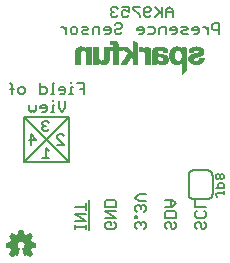
<source format=gbo>
G75*
%MOIN*%
%OFA0B0*%
%FSLAX25Y25*%
%IPPOS*%
%LPD*%
%AMOC8*
5,1,8,0,0,1.08239X$1,22.5*
%
%ADD10C,0.00600*%
%ADD11C,0.00700*%
%ADD12C,0.00500*%
%ADD13C,0.00299*%
%ADD14C,0.00300*%
D10*
X0196233Y0311400D02*
X0196233Y0321222D01*
X0195036Y0320107D02*
X0195036Y0317839D01*
X0195036Y0318973D02*
X0191633Y0318973D01*
X0191633Y0316424D02*
X0195036Y0316424D01*
X0195036Y0314155D02*
X0191633Y0314155D01*
X0191633Y0312834D02*
X0191633Y0311700D01*
X0191633Y0312267D02*
X0195036Y0312267D01*
X0195036Y0311700D02*
X0195036Y0312834D01*
X0195036Y0314155D02*
X0191633Y0316424D01*
X0201633Y0315383D02*
X0205036Y0315383D01*
X0201633Y0317652D01*
X0205036Y0317652D01*
X0205036Y0319066D02*
X0205036Y0320768D01*
X0204469Y0321335D01*
X0202200Y0321335D01*
X0201633Y0320768D01*
X0201633Y0319066D01*
X0205036Y0319066D01*
X0204469Y0313969D02*
X0205036Y0313401D01*
X0205036Y0312267D01*
X0204469Y0311700D01*
X0202200Y0311700D01*
X0201633Y0312267D01*
X0201633Y0313401D01*
X0202200Y0313969D01*
X0203335Y0313969D01*
X0203335Y0312834D01*
X0211633Y0312267D02*
X0212200Y0311700D01*
X0211633Y0312267D02*
X0211633Y0313401D01*
X0212200Y0313969D01*
X0212768Y0313969D01*
X0213335Y0313401D01*
X0213335Y0312834D01*
X0213335Y0313401D02*
X0213902Y0313969D01*
X0214469Y0313969D01*
X0215036Y0313401D01*
X0215036Y0312267D01*
X0214469Y0311700D01*
X0212200Y0315383D02*
X0212200Y0315950D01*
X0211633Y0315950D01*
X0211633Y0315383D01*
X0212200Y0315383D01*
X0212200Y0317225D02*
X0211633Y0317792D01*
X0211633Y0318926D01*
X0212200Y0319493D01*
X0212768Y0319493D01*
X0213335Y0318926D01*
X0213335Y0318359D01*
X0213335Y0318926D02*
X0213902Y0319493D01*
X0214469Y0319493D01*
X0215036Y0318926D01*
X0215036Y0317792D01*
X0214469Y0317225D01*
X0215036Y0320908D02*
X0212768Y0320908D01*
X0211633Y0322042D01*
X0212768Y0323176D01*
X0215036Y0323176D01*
X0221633Y0321335D02*
X0223902Y0321335D01*
X0225036Y0320201D01*
X0223902Y0319066D01*
X0221633Y0319066D01*
X0222200Y0317652D02*
X0224469Y0317652D01*
X0225036Y0317085D01*
X0225036Y0315383D01*
X0221633Y0315383D01*
X0221633Y0317085D01*
X0222200Y0317652D01*
X0223335Y0319066D02*
X0223335Y0321335D01*
X0229333Y0323400D02*
X0229333Y0329400D01*
X0229335Y0329483D01*
X0229341Y0329566D01*
X0229350Y0329649D01*
X0229364Y0329731D01*
X0229381Y0329812D01*
X0229402Y0329893D01*
X0229426Y0329972D01*
X0229455Y0330050D01*
X0229486Y0330127D01*
X0229522Y0330202D01*
X0229560Y0330276D01*
X0229603Y0330348D01*
X0229648Y0330417D01*
X0229697Y0330485D01*
X0229748Y0330550D01*
X0229803Y0330613D01*
X0229860Y0330673D01*
X0229920Y0330730D01*
X0229983Y0330785D01*
X0230048Y0330836D01*
X0230116Y0330885D01*
X0230185Y0330930D01*
X0230257Y0330973D01*
X0230331Y0331011D01*
X0230406Y0331047D01*
X0230483Y0331078D01*
X0230561Y0331107D01*
X0230640Y0331131D01*
X0230721Y0331152D01*
X0230802Y0331169D01*
X0230884Y0331183D01*
X0230967Y0331192D01*
X0231050Y0331198D01*
X0231133Y0331200D01*
X0235533Y0331200D01*
X0235616Y0331198D01*
X0235699Y0331192D01*
X0235782Y0331183D01*
X0235864Y0331169D01*
X0235945Y0331152D01*
X0236026Y0331131D01*
X0236105Y0331107D01*
X0236183Y0331078D01*
X0236260Y0331047D01*
X0236335Y0331011D01*
X0236409Y0330973D01*
X0236481Y0330930D01*
X0236550Y0330885D01*
X0236618Y0330836D01*
X0236683Y0330785D01*
X0236746Y0330730D01*
X0236806Y0330673D01*
X0236863Y0330613D01*
X0236918Y0330550D01*
X0236969Y0330485D01*
X0237018Y0330417D01*
X0237063Y0330348D01*
X0237106Y0330276D01*
X0237144Y0330202D01*
X0237180Y0330127D01*
X0237211Y0330050D01*
X0237240Y0329972D01*
X0237264Y0329893D01*
X0237285Y0329812D01*
X0237302Y0329731D01*
X0237316Y0329649D01*
X0237325Y0329566D01*
X0237331Y0329483D01*
X0237333Y0329400D01*
X0237333Y0323400D01*
X0237331Y0323317D01*
X0237325Y0323234D01*
X0237316Y0323151D01*
X0237302Y0323069D01*
X0237285Y0322988D01*
X0237264Y0322907D01*
X0237240Y0322828D01*
X0237211Y0322750D01*
X0237180Y0322673D01*
X0237144Y0322598D01*
X0237106Y0322524D01*
X0237063Y0322452D01*
X0237018Y0322383D01*
X0236969Y0322315D01*
X0236918Y0322250D01*
X0236863Y0322187D01*
X0236806Y0322127D01*
X0236746Y0322070D01*
X0236683Y0322015D01*
X0236618Y0321964D01*
X0236550Y0321915D01*
X0236481Y0321870D01*
X0236409Y0321827D01*
X0236335Y0321789D01*
X0236260Y0321753D01*
X0236183Y0321722D01*
X0236105Y0321693D01*
X0236026Y0321669D01*
X0235945Y0321648D01*
X0235864Y0321631D01*
X0235782Y0321617D01*
X0235699Y0321608D01*
X0235616Y0321602D01*
X0235533Y0321600D01*
X0231133Y0321600D01*
X0231633Y0321335D02*
X0231633Y0319066D01*
X0235036Y0319066D01*
X0234469Y0317652D02*
X0235036Y0317085D01*
X0235036Y0315950D01*
X0234469Y0315383D01*
X0232200Y0315383D01*
X0231633Y0315950D01*
X0231633Y0317085D01*
X0232200Y0317652D01*
X0232200Y0313969D02*
X0231633Y0313401D01*
X0231633Y0312267D01*
X0232200Y0311700D01*
X0233335Y0312267D02*
X0233335Y0313401D01*
X0232768Y0313969D01*
X0232200Y0313969D01*
X0233335Y0312267D02*
X0233902Y0311700D01*
X0234469Y0311700D01*
X0235036Y0312267D01*
X0235036Y0313401D01*
X0234469Y0313969D01*
X0225036Y0313401D02*
X0225036Y0312267D01*
X0224469Y0311700D01*
X0223902Y0311700D01*
X0223335Y0312267D01*
X0223335Y0313401D01*
X0222768Y0313969D01*
X0222200Y0313969D01*
X0221633Y0313401D01*
X0221633Y0312267D01*
X0222200Y0311700D01*
X0224469Y0313969D02*
X0225036Y0313401D01*
X0231133Y0321600D02*
X0231050Y0321602D01*
X0230967Y0321608D01*
X0230884Y0321617D01*
X0230802Y0321631D01*
X0230721Y0321648D01*
X0230640Y0321669D01*
X0230561Y0321693D01*
X0230483Y0321722D01*
X0230406Y0321753D01*
X0230331Y0321789D01*
X0230257Y0321827D01*
X0230185Y0321870D01*
X0230116Y0321915D01*
X0230048Y0321964D01*
X0229983Y0322015D01*
X0229920Y0322070D01*
X0229860Y0322127D01*
X0229803Y0322187D01*
X0229748Y0322250D01*
X0229697Y0322315D01*
X0229648Y0322383D01*
X0229603Y0322452D01*
X0229560Y0322524D01*
X0229522Y0322598D01*
X0229486Y0322673D01*
X0229455Y0322750D01*
X0229426Y0322828D01*
X0229402Y0322907D01*
X0229381Y0322988D01*
X0229364Y0323069D01*
X0229350Y0323151D01*
X0229341Y0323234D01*
X0229335Y0323317D01*
X0229333Y0323400D01*
X0194424Y0356700D02*
X0194424Y0360103D01*
X0192156Y0360103D01*
X0190741Y0358969D02*
X0190174Y0358969D01*
X0190174Y0356700D01*
X0190741Y0356700D02*
X0189607Y0356700D01*
X0188286Y0357267D02*
X0188286Y0358401D01*
X0187719Y0358969D01*
X0186584Y0358969D01*
X0186017Y0358401D01*
X0186017Y0357834D01*
X0188286Y0357834D01*
X0188286Y0357267D02*
X0187719Y0356700D01*
X0186584Y0356700D01*
X0184603Y0356700D02*
X0183468Y0356700D01*
X0184035Y0356700D02*
X0184035Y0360103D01*
X0184603Y0360103D01*
X0182147Y0358401D02*
X0181580Y0358969D01*
X0179879Y0358969D01*
X0179879Y0360103D02*
X0179879Y0356700D01*
X0181580Y0356700D01*
X0182147Y0357267D01*
X0182147Y0358401D01*
X0184035Y0354670D02*
X0184035Y0354103D01*
X0184035Y0352969D02*
X0184035Y0350700D01*
X0183468Y0350700D02*
X0184603Y0350700D01*
X0186017Y0351834D02*
X0186017Y0354103D01*
X0184603Y0352969D02*
X0184035Y0352969D01*
X0182147Y0352401D02*
X0181580Y0352969D01*
X0180446Y0352969D01*
X0179879Y0352401D01*
X0179879Y0351834D01*
X0182147Y0351834D01*
X0182147Y0351267D02*
X0182147Y0352401D01*
X0182147Y0351267D02*
X0181580Y0350700D01*
X0180446Y0350700D01*
X0178464Y0351267D02*
X0177897Y0350700D01*
X0177330Y0351267D01*
X0176763Y0350700D01*
X0176195Y0351267D01*
X0176195Y0352969D01*
X0178464Y0352969D02*
X0178464Y0351267D01*
X0181173Y0347603D02*
X0180606Y0347036D01*
X0180606Y0346469D01*
X0181173Y0345901D01*
X0180606Y0345334D01*
X0180606Y0344767D01*
X0181173Y0344200D01*
X0182308Y0344200D01*
X0182875Y0344767D01*
X0181741Y0345901D02*
X0181173Y0345901D01*
X0181173Y0347603D02*
X0182308Y0347603D01*
X0182875Y0347036D01*
X0186173Y0343103D02*
X0187308Y0343103D01*
X0187875Y0342536D01*
X0186173Y0343103D02*
X0185606Y0342536D01*
X0185606Y0341969D01*
X0187875Y0339700D01*
X0185606Y0339700D01*
X0182875Y0337469D02*
X0181741Y0338603D01*
X0181741Y0335200D01*
X0182875Y0335200D02*
X0180606Y0335200D01*
X0176673Y0339700D02*
X0176673Y0343103D01*
X0178375Y0341401D01*
X0176106Y0341401D01*
X0186017Y0351834D02*
X0187151Y0350700D01*
X0188286Y0351834D01*
X0188286Y0354103D01*
X0193290Y0358401D02*
X0194424Y0358401D01*
X0190174Y0360103D02*
X0190174Y0360670D01*
X0190575Y0376700D02*
X0190007Y0377267D01*
X0190007Y0378401D01*
X0190575Y0378969D01*
X0191709Y0378969D01*
X0192276Y0378401D01*
X0192276Y0377267D01*
X0191709Y0376700D01*
X0190575Y0376700D01*
X0188593Y0376700D02*
X0188593Y0378969D01*
X0187459Y0378969D02*
X0186891Y0378969D01*
X0187459Y0378969D02*
X0188593Y0377834D01*
X0193691Y0377267D02*
X0194258Y0377834D01*
X0195392Y0377834D01*
X0195959Y0378401D01*
X0195392Y0378969D01*
X0193691Y0378969D01*
X0193691Y0377267D02*
X0194258Y0376700D01*
X0195959Y0376700D01*
X0197374Y0376700D02*
X0197374Y0378401D01*
X0197941Y0378969D01*
X0199642Y0378969D01*
X0199642Y0376700D01*
X0201057Y0377834D02*
X0203325Y0377834D01*
X0203325Y0377267D02*
X0203325Y0378401D01*
X0202758Y0378969D01*
X0201624Y0378969D01*
X0201057Y0378401D01*
X0201057Y0377834D01*
X0201624Y0376700D02*
X0202758Y0376700D01*
X0203325Y0377267D01*
X0204740Y0377267D02*
X0205307Y0376700D01*
X0206441Y0376700D01*
X0207009Y0377267D01*
X0206441Y0378401D02*
X0205307Y0378401D01*
X0204740Y0377834D01*
X0204740Y0377267D01*
X0206441Y0378401D02*
X0207009Y0378969D01*
X0207009Y0379536D01*
X0206441Y0380103D01*
X0205307Y0380103D01*
X0204740Y0379536D01*
X0205100Y0382200D02*
X0205667Y0382767D01*
X0205100Y0382200D02*
X0203966Y0382200D01*
X0203398Y0382767D01*
X0203398Y0383334D01*
X0203966Y0383901D01*
X0204533Y0383901D01*
X0203966Y0383901D02*
X0203398Y0384469D01*
X0203398Y0385036D01*
X0203966Y0385603D01*
X0205100Y0385603D01*
X0205667Y0385036D01*
X0207082Y0385603D02*
X0209350Y0385603D01*
X0209350Y0383901D01*
X0208216Y0384469D01*
X0207649Y0384469D01*
X0207082Y0383901D01*
X0207082Y0382767D01*
X0207649Y0382200D01*
X0208783Y0382200D01*
X0209350Y0382767D01*
X0210765Y0385036D02*
X0213033Y0382767D01*
X0213033Y0382200D01*
X0214448Y0382767D02*
X0214448Y0385036D01*
X0215015Y0385603D01*
X0216149Y0385603D01*
X0216716Y0385036D01*
X0216716Y0384469D01*
X0216149Y0383901D01*
X0214448Y0383901D01*
X0214448Y0382767D02*
X0215015Y0382200D01*
X0216149Y0382200D01*
X0216716Y0382767D01*
X0218131Y0382200D02*
X0219832Y0383901D01*
X0220400Y0383334D02*
X0218131Y0385603D01*
X0220400Y0385603D02*
X0220400Y0382200D01*
X0221814Y0382200D02*
X0221814Y0384469D01*
X0222948Y0385603D01*
X0224083Y0384469D01*
X0224083Y0382200D01*
X0224083Y0383901D02*
X0221814Y0383901D01*
X0221741Y0378969D02*
X0220040Y0378969D01*
X0219473Y0378401D01*
X0219473Y0376700D01*
X0218058Y0377267D02*
X0218058Y0378401D01*
X0217491Y0378969D01*
X0215789Y0378969D01*
X0214375Y0378401D02*
X0214375Y0377267D01*
X0213808Y0376700D01*
X0212673Y0376700D01*
X0212106Y0377834D02*
X0214375Y0377834D01*
X0214375Y0378401D02*
X0213808Y0378969D01*
X0212673Y0378969D01*
X0212106Y0378401D01*
X0212106Y0377834D01*
X0215789Y0376700D02*
X0217491Y0376700D01*
X0218058Y0377267D01*
X0221741Y0376700D02*
X0221741Y0378969D01*
X0223156Y0378401D02*
X0223156Y0377834D01*
X0225424Y0377834D01*
X0225424Y0377267D02*
X0225424Y0378401D01*
X0224857Y0378969D01*
X0223723Y0378969D01*
X0223156Y0378401D01*
X0223723Y0376700D02*
X0224857Y0376700D01*
X0225424Y0377267D01*
X0226839Y0377267D02*
X0227406Y0377834D01*
X0228540Y0377834D01*
X0229108Y0378401D01*
X0228540Y0378969D01*
X0226839Y0378969D01*
X0226839Y0377267D02*
X0227406Y0376700D01*
X0229108Y0376700D01*
X0230522Y0377834D02*
X0232791Y0377834D01*
X0232791Y0377267D02*
X0232791Y0378401D01*
X0232223Y0378969D01*
X0231089Y0378969D01*
X0230522Y0378401D01*
X0230522Y0377834D01*
X0231089Y0376700D02*
X0232223Y0376700D01*
X0232791Y0377267D01*
X0234158Y0378969D02*
X0234726Y0378969D01*
X0235860Y0377834D01*
X0235860Y0376700D02*
X0235860Y0378969D01*
X0237274Y0379536D02*
X0237274Y0378401D01*
X0237842Y0377834D01*
X0239543Y0377834D01*
X0239543Y0376700D02*
X0239543Y0380103D01*
X0237842Y0380103D01*
X0237274Y0379536D01*
X0213033Y0385603D02*
X0210765Y0385603D01*
X0210765Y0385036D01*
X0174781Y0358401D02*
X0174781Y0357267D01*
X0174214Y0356700D01*
X0173079Y0356700D01*
X0172512Y0357267D01*
X0172512Y0358401D01*
X0173079Y0358969D01*
X0174214Y0358969D01*
X0174781Y0358401D01*
X0171098Y0358401D02*
X0169963Y0358401D01*
X0170531Y0359536D02*
X0169963Y0360103D01*
X0170531Y0359536D02*
X0170531Y0356700D01*
D11*
X0174333Y0348900D02*
X0189333Y0348900D01*
X0189333Y0333900D01*
X0174333Y0333900D01*
X0174333Y0348900D01*
X0189333Y0333900D01*
X0189333Y0348900D02*
X0174333Y0333900D01*
D12*
X0238383Y0329555D02*
X0238383Y0328654D01*
X0238834Y0328203D01*
X0239284Y0328203D01*
X0239734Y0328654D01*
X0239734Y0329555D01*
X0239284Y0330005D01*
X0238834Y0330005D01*
X0238383Y0329555D01*
X0239734Y0329555D02*
X0240185Y0330005D01*
X0240635Y0330005D01*
X0241086Y0329555D01*
X0241086Y0328654D01*
X0240635Y0328203D01*
X0240185Y0328203D01*
X0239734Y0328654D01*
X0239734Y0327059D02*
X0239284Y0326608D01*
X0239284Y0325257D01*
X0238383Y0325257D02*
X0241086Y0325257D01*
X0241086Y0326608D01*
X0240635Y0327059D01*
X0239734Y0327059D01*
X0241086Y0324112D02*
X0241086Y0323211D01*
X0241086Y0323662D02*
X0238834Y0323662D01*
X0238383Y0323211D01*
X0238383Y0322761D01*
X0238834Y0322310D01*
D13*
X0170355Y0302492D02*
X0169449Y0303398D01*
X0170276Y0304500D01*
X0170236Y0304579D01*
X0170197Y0304618D01*
X0170158Y0304697D01*
X0170158Y0304736D01*
X0170118Y0304815D01*
X0170079Y0304854D01*
X0170040Y0304933D01*
X0170040Y0304972D01*
X0169961Y0305130D01*
X0169961Y0305169D01*
X0169922Y0305248D01*
X0169922Y0305287D01*
X0169882Y0305366D01*
X0169882Y0305445D01*
X0169843Y0305484D01*
X0168465Y0305720D01*
X0168465Y0306980D01*
X0169882Y0307216D01*
X0169882Y0307374D01*
X0169922Y0307413D01*
X0169922Y0307492D01*
X0169961Y0307531D01*
X0170000Y0307610D01*
X0170000Y0307689D01*
X0170040Y0307728D01*
X0170040Y0307807D01*
X0170079Y0307846D01*
X0170118Y0307925D01*
X0170158Y0307964D01*
X0170158Y0308043D01*
X0170197Y0308083D01*
X0170236Y0308161D01*
X0170276Y0308201D01*
X0169449Y0309342D01*
X0170355Y0310209D01*
X0171496Y0309421D01*
X0171536Y0309461D01*
X0171614Y0309500D01*
X0171654Y0309500D01*
X0171733Y0309539D01*
X0171772Y0309579D01*
X0171851Y0309618D01*
X0171890Y0309618D01*
X0171969Y0309657D01*
X0172008Y0309697D01*
X0172087Y0309697D01*
X0172166Y0309736D01*
X0172205Y0309736D01*
X0172284Y0309775D01*
X0172323Y0309775D01*
X0172402Y0309815D01*
X0172481Y0309815D01*
X0172717Y0311193D01*
X0173977Y0311193D01*
X0174213Y0309815D01*
X0174252Y0309815D01*
X0174331Y0309775D01*
X0174410Y0309775D01*
X0174449Y0309736D01*
X0174528Y0309736D01*
X0174607Y0309697D01*
X0174646Y0309697D01*
X0174725Y0309657D01*
X0174764Y0309618D01*
X0174843Y0309618D01*
X0174882Y0309579D01*
X0174961Y0309539D01*
X0175000Y0309500D01*
X0175079Y0309500D01*
X0175118Y0309461D01*
X0175197Y0309421D01*
X0176339Y0310209D01*
X0177205Y0309342D01*
X0176418Y0308201D01*
X0176457Y0308161D01*
X0176457Y0308083D01*
X0176496Y0308043D01*
X0176536Y0307964D01*
X0176575Y0307925D01*
X0176575Y0307846D01*
X0176614Y0307807D01*
X0176654Y0307728D01*
X0176654Y0307689D01*
X0176733Y0307531D01*
X0176733Y0307492D01*
X0176772Y0307413D01*
X0176772Y0307374D01*
X0176811Y0307295D01*
X0176811Y0307216D01*
X0178189Y0306980D01*
X0178189Y0305720D01*
X0176811Y0305484D01*
X0176811Y0305445D01*
X0176772Y0305366D01*
X0176772Y0305287D01*
X0176733Y0305248D01*
X0176733Y0305169D01*
X0176693Y0305130D01*
X0176654Y0305051D01*
X0176654Y0304972D01*
X0176614Y0304933D01*
X0176614Y0304854D01*
X0176575Y0304815D01*
X0176536Y0304736D01*
X0176496Y0304697D01*
X0176457Y0304618D01*
X0176457Y0304579D01*
X0176418Y0304500D01*
X0174052Y0304500D01*
X0173942Y0304798D02*
X0176566Y0304798D01*
X0176676Y0305095D02*
X0173832Y0305095D01*
X0173819Y0305130D02*
X0173937Y0305169D01*
X0174095Y0305248D01*
X0174173Y0305327D01*
X0174252Y0305366D01*
X0174331Y0305445D01*
X0174370Y0305523D01*
X0174449Y0305602D01*
X0174528Y0305760D01*
X0174567Y0305878D01*
X0174646Y0306035D01*
X0174646Y0306153D01*
X0174685Y0306272D01*
X0174685Y0306508D01*
X0174528Y0306980D01*
X0174370Y0307216D01*
X0174292Y0307295D01*
X0174173Y0307374D01*
X0174095Y0307453D01*
X0173977Y0307531D01*
X0173859Y0307571D01*
X0173740Y0307649D01*
X0173622Y0307649D01*
X0173465Y0307689D01*
X0173189Y0307689D01*
X0173071Y0307649D01*
X0172953Y0307649D01*
X0172835Y0307571D01*
X0172717Y0307531D01*
X0172481Y0307374D01*
X0172323Y0307216D01*
X0172166Y0306980D01*
X0172126Y0306862D01*
X0172048Y0306744D01*
X0172048Y0306626D01*
X0172008Y0306508D01*
X0172008Y0306153D01*
X0172048Y0306035D01*
X0172048Y0305957D01*
X0172087Y0305878D01*
X0172126Y0305760D01*
X0172166Y0305681D01*
X0172244Y0305602D01*
X0172284Y0305523D01*
X0172441Y0305366D01*
X0172520Y0305327D01*
X0172599Y0305248D01*
X0172835Y0305130D01*
X0172048Y0303004D01*
X0172048Y0303043D01*
X0171969Y0303043D01*
X0171929Y0303083D01*
X0171890Y0303083D01*
X0171851Y0303122D01*
X0171811Y0303122D01*
X0171772Y0303161D01*
X0171693Y0303161D01*
X0171654Y0303201D01*
X0171614Y0303201D01*
X0171536Y0303279D01*
X0171496Y0303279D01*
X0170355Y0302492D01*
X0170133Y0302714D02*
X0170676Y0302714D01*
X0171107Y0303011D02*
X0169835Y0303011D01*
X0169538Y0303309D02*
X0172161Y0303309D01*
X0172271Y0303607D02*
X0169606Y0303607D01*
X0169829Y0303904D02*
X0172381Y0303904D01*
X0172491Y0304202D02*
X0170053Y0304202D01*
X0170276Y0304500D02*
X0172602Y0304500D01*
X0172712Y0304798D02*
X0170127Y0304798D01*
X0169978Y0305095D02*
X0172822Y0305095D01*
X0172414Y0305393D02*
X0169882Y0305393D01*
X0168638Y0305691D02*
X0172161Y0305691D01*
X0172048Y0305988D02*
X0168465Y0305988D01*
X0168465Y0306286D02*
X0172008Y0306286D01*
X0172034Y0306584D02*
X0168465Y0306584D01*
X0168465Y0306882D02*
X0172133Y0306882D01*
X0172298Y0307179D02*
X0169660Y0307179D01*
X0169922Y0307477D02*
X0172635Y0307477D01*
X0174058Y0307477D02*
X0176740Y0307477D01*
X0176630Y0307775D02*
X0170040Y0307775D01*
X0170187Y0308073D02*
X0176467Y0308073D01*
X0176535Y0308370D02*
X0170153Y0308370D01*
X0169937Y0308668D02*
X0176740Y0308668D01*
X0176945Y0308966D02*
X0169722Y0308966D01*
X0169506Y0309263D02*
X0177151Y0309263D01*
X0176986Y0309561D02*
X0175400Y0309561D01*
X0174917Y0309561D02*
X0171754Y0309561D01*
X0171293Y0309561D02*
X0169678Y0309561D01*
X0169989Y0309859D02*
X0170862Y0309859D01*
X0170430Y0310157D02*
X0170300Y0310157D01*
X0172488Y0309859D02*
X0174205Y0309859D01*
X0174154Y0310157D02*
X0172539Y0310157D01*
X0172590Y0310454D02*
X0174103Y0310454D01*
X0174052Y0310752D02*
X0172641Y0310752D01*
X0172692Y0311050D02*
X0174001Y0311050D01*
X0175832Y0309859D02*
X0176688Y0309859D01*
X0176391Y0310157D02*
X0176264Y0310157D01*
X0177027Y0307179D02*
X0174395Y0307179D01*
X0174561Y0306882D02*
X0178189Y0306882D01*
X0178189Y0306584D02*
X0174660Y0306584D01*
X0174685Y0306286D02*
X0178189Y0306286D01*
X0178189Y0305988D02*
X0174623Y0305988D01*
X0174493Y0305691D02*
X0178017Y0305691D01*
X0176785Y0305393D02*
X0174279Y0305393D01*
X0173819Y0305130D02*
X0174607Y0303004D01*
X0174646Y0303043D01*
X0174725Y0303043D01*
X0174764Y0303083D01*
X0174803Y0303083D01*
X0174843Y0303122D01*
X0174882Y0303122D01*
X0174922Y0303161D01*
X0174961Y0303161D01*
X0175000Y0303201D01*
X0175040Y0303201D01*
X0175079Y0303240D01*
X0175118Y0303240D01*
X0175158Y0303279D01*
X0175197Y0303279D01*
X0176339Y0302492D01*
X0177205Y0303398D01*
X0176418Y0304500D01*
X0176630Y0304202D02*
X0174163Y0304202D01*
X0174273Y0303904D02*
X0176843Y0303904D01*
X0177056Y0303607D02*
X0174383Y0303607D01*
X0174494Y0303309D02*
X0177120Y0303309D01*
X0176836Y0303011D02*
X0175586Y0303011D01*
X0176018Y0302714D02*
X0176551Y0302714D01*
X0174614Y0303011D02*
X0174604Y0303011D01*
X0172050Y0303011D02*
X0172048Y0303011D01*
D14*
X0227042Y0363369D02*
X0227239Y0363526D01*
X0227436Y0363723D01*
X0227633Y0363880D01*
X0227829Y0364038D01*
X0228026Y0364235D01*
X0228184Y0364392D01*
X0228381Y0364550D01*
X0228577Y0364746D01*
X0228577Y0371991D01*
X0228381Y0372030D01*
X0228223Y0372069D01*
X0228026Y0372109D01*
X0227869Y0372109D01*
X0227672Y0372148D01*
X0227475Y0372187D01*
X0227318Y0372227D01*
X0227121Y0372266D01*
X0227121Y0371557D01*
X0226963Y0371754D01*
X0226806Y0371951D01*
X0226609Y0372069D01*
X0226412Y0372187D01*
X0226176Y0372306D01*
X0225940Y0372345D01*
X0225703Y0372384D01*
X0225467Y0372424D01*
X0224837Y0372345D01*
X0224325Y0372148D01*
X0223892Y0371872D01*
X0223538Y0371518D01*
X0223262Y0371046D01*
X0223066Y0370534D01*
X0222948Y0369983D01*
X0222948Y0369431D01*
X0224444Y0369471D01*
X0224483Y0369786D01*
X0224522Y0370101D01*
X0224640Y0370416D01*
X0224759Y0370691D01*
X0224955Y0370928D01*
X0225192Y0371085D01*
X0225467Y0371203D01*
X0225782Y0371243D01*
X0226136Y0371203D01*
X0226412Y0371085D01*
X0226648Y0370928D01*
X0226845Y0370691D01*
X0226963Y0370416D01*
X0227042Y0370101D01*
X0227121Y0369786D01*
X0227121Y0369117D01*
X0227042Y0368802D01*
X0226963Y0368487D01*
X0226806Y0368250D01*
X0226648Y0368014D01*
X0226412Y0367857D01*
X0226136Y0367739D01*
X0225782Y0367699D01*
X0225428Y0367739D01*
X0225152Y0367857D01*
X0224916Y0368014D01*
X0224759Y0368250D01*
X0224601Y0368487D01*
X0223262Y0367857D01*
X0223538Y0367424D01*
X0223892Y0367069D01*
X0224286Y0366794D01*
X0224798Y0366597D01*
X0225388Y0366557D01*
X0225625Y0366557D01*
X0225861Y0366597D01*
X0226097Y0366676D01*
X0226333Y0366754D01*
X0226530Y0366872D01*
X0226727Y0367030D01*
X0226885Y0367187D01*
X0227042Y0367384D01*
X0227042Y0363369D01*
X0227042Y0363640D02*
X0227353Y0363640D01*
X0227042Y0363938D02*
X0227705Y0363938D01*
X0228028Y0364237D02*
X0227042Y0364237D01*
X0227042Y0364535D02*
X0228363Y0364535D01*
X0228577Y0364834D02*
X0227042Y0364834D01*
X0227042Y0365132D02*
X0228577Y0365132D01*
X0228577Y0365431D02*
X0227042Y0365431D01*
X0227042Y0365729D02*
X0228577Y0365729D01*
X0228577Y0366028D02*
X0227042Y0366028D01*
X0227042Y0366326D02*
X0228577Y0366326D01*
X0228577Y0366625D02*
X0227042Y0366625D01*
X0227042Y0366923D02*
X0228577Y0366923D01*
X0228577Y0367222D02*
X0227042Y0367222D01*
X0226912Y0367222D02*
X0223740Y0367222D01*
X0223476Y0367520D02*
X0228577Y0367520D01*
X0228577Y0367819D02*
X0226324Y0367819D01*
X0226717Y0368117D02*
X0228577Y0368117D01*
X0228577Y0368416D02*
X0226916Y0368416D01*
X0227020Y0368714D02*
X0228577Y0368714D01*
X0228577Y0369013D02*
X0227095Y0369013D01*
X0227121Y0369311D02*
X0228577Y0369311D01*
X0228577Y0369610D02*
X0227121Y0369610D01*
X0227090Y0369908D02*
X0228577Y0369908D01*
X0228577Y0370207D02*
X0227015Y0370207D01*
X0226925Y0370505D02*
X0228577Y0370505D01*
X0228577Y0370804D02*
X0226751Y0370804D01*
X0226371Y0371103D02*
X0228577Y0371103D01*
X0228577Y0371401D02*
X0223470Y0371401D01*
X0223296Y0371103D02*
X0225232Y0371103D01*
X0224852Y0370804D02*
X0223170Y0370804D01*
X0223060Y0370505D02*
X0224679Y0370505D01*
X0224562Y0370207D02*
X0222996Y0370207D01*
X0222948Y0369908D02*
X0224498Y0369908D01*
X0224461Y0369610D02*
X0222948Y0369610D01*
X0222948Y0369431D02*
X0222987Y0368880D01*
X0223066Y0368329D01*
X0223262Y0367857D01*
X0224601Y0368487D01*
X0224522Y0368802D01*
X0224483Y0369117D01*
X0224444Y0369471D01*
X0222948Y0369431D01*
X0222956Y0369311D02*
X0224461Y0369311D01*
X0224496Y0369013D02*
X0222977Y0369013D01*
X0223011Y0368714D02*
X0224544Y0368714D01*
X0224451Y0368416D02*
X0224648Y0368416D01*
X0224451Y0368416D02*
X0223053Y0368416D01*
X0223154Y0368117D02*
X0223816Y0368117D01*
X0224847Y0368117D01*
X0225240Y0367819D02*
X0223287Y0367819D01*
X0222475Y0367975D02*
X0222475Y0368172D01*
X0222436Y0368605D01*
X0222318Y0368959D01*
X0222121Y0369235D01*
X0221885Y0369471D01*
X0221609Y0369628D01*
X0221294Y0369746D01*
X0220940Y0369825D01*
X0220625Y0369865D01*
X0220310Y0369038D01*
X0220388Y0368998D01*
X0220467Y0368959D01*
X0220546Y0368920D01*
X0220625Y0368880D01*
X0220703Y0368841D01*
X0220743Y0368802D01*
X0220782Y0368762D01*
X0220861Y0368683D01*
X0220900Y0368605D01*
X0220940Y0368526D01*
X0220940Y0368369D01*
X0220979Y0368250D01*
X0220940Y0368172D01*
X0220940Y0368093D01*
X0220900Y0367975D01*
X0220900Y0367935D01*
X0220861Y0367857D01*
X0220782Y0367778D01*
X0220743Y0367739D01*
X0220664Y0367699D01*
X0220625Y0367660D01*
X0220546Y0367620D01*
X0220467Y0367620D01*
X0220388Y0367581D01*
X0219798Y0367581D01*
X0219640Y0367620D01*
X0219483Y0367660D01*
X0219325Y0367699D01*
X0219207Y0367778D01*
X0219089Y0367896D01*
X0219010Y0367975D01*
X0218971Y0368093D01*
X0218892Y0368172D01*
X0218853Y0368290D01*
X0218853Y0368408D01*
X0218814Y0368487D01*
X0218814Y0368605D01*
X0218774Y0368683D01*
X0218774Y0369431D01*
X0218853Y0369392D01*
X0218892Y0369353D01*
X0218971Y0369313D01*
X0219010Y0369274D01*
X0219089Y0369274D01*
X0219168Y0369235D01*
X0219247Y0369195D01*
X0219444Y0369195D01*
X0219601Y0370022D01*
X0219325Y0370061D01*
X0219089Y0370140D01*
X0218932Y0370258D01*
X0218814Y0370416D01*
X0218774Y0370613D01*
X0218774Y0370731D01*
X0218814Y0370849D01*
X0218814Y0370928D01*
X0218853Y0371006D01*
X0218892Y0371085D01*
X0218971Y0371164D01*
X0219010Y0371203D01*
X0219089Y0371243D01*
X0219168Y0371282D01*
X0219247Y0371321D01*
X0219325Y0371321D01*
X0219404Y0371361D01*
X0219680Y0371361D01*
X0219759Y0371400D01*
X0219877Y0371361D01*
X0220073Y0371361D01*
X0220192Y0371321D01*
X0220270Y0371321D01*
X0220349Y0371282D01*
X0220428Y0371243D01*
X0220467Y0371203D01*
X0220546Y0371124D01*
X0220585Y0371085D01*
X0220664Y0371006D01*
X0220703Y0370928D01*
X0220743Y0370849D01*
X0220743Y0370731D01*
X0220782Y0370652D01*
X0220782Y0370534D01*
X0222318Y0370534D01*
X0222278Y0370809D01*
X0222239Y0371006D01*
X0222160Y0371243D01*
X0222042Y0371439D01*
X0221924Y0371597D01*
X0221766Y0371754D01*
X0221609Y0371872D01*
X0221451Y0371991D01*
X0221255Y0372109D01*
X0221058Y0372187D01*
X0220861Y0372266D01*
X0220625Y0372306D01*
X0220388Y0372345D01*
X0220152Y0372384D01*
X0219286Y0372384D01*
X0219050Y0372345D01*
X0218853Y0372345D01*
X0218656Y0372306D01*
X0218420Y0372227D01*
X0218262Y0372187D01*
X0218066Y0372109D01*
X0217908Y0372030D01*
X0217751Y0371912D01*
X0217593Y0371754D01*
X0217475Y0371636D01*
X0217396Y0371439D01*
X0217318Y0371282D01*
X0217278Y0371046D01*
X0217239Y0370809D01*
X0217239Y0367266D01*
X0217199Y0367187D01*
X0217199Y0367030D01*
X0217160Y0366951D01*
X0217160Y0366912D01*
X0217121Y0366833D01*
X0217121Y0366794D01*
X0217081Y0366715D01*
X0217081Y0366676D01*
X0218617Y0366676D01*
X0218617Y0366754D01*
X0218656Y0366794D01*
X0218656Y0366833D01*
X0218696Y0366872D01*
X0218696Y0367109D01*
X0218735Y0367148D01*
X0218735Y0367227D01*
X0218814Y0367148D01*
X0218892Y0367030D01*
X0219010Y0366951D01*
X0219129Y0366912D01*
X0219247Y0366833D01*
X0219325Y0366794D01*
X0219444Y0366715D01*
X0219562Y0366676D01*
X0219719Y0366636D01*
X0219837Y0366597D01*
X0219955Y0366597D01*
X0220073Y0366557D01*
X0220349Y0366557D01*
X0220467Y0366518D01*
X0220782Y0366518D01*
X0220979Y0366557D01*
X0221176Y0366557D01*
X0221333Y0366636D01*
X0221491Y0366676D01*
X0221648Y0366754D01*
X0221806Y0366833D01*
X0221924Y0366912D01*
X0222042Y0367030D01*
X0222160Y0367148D01*
X0222278Y0367306D01*
X0222357Y0367463D01*
X0222396Y0367620D01*
X0222436Y0367778D01*
X0222475Y0367975D01*
X0222475Y0368117D02*
X0220940Y0368117D01*
X0220940Y0368416D02*
X0222453Y0368416D01*
X0222399Y0368714D02*
X0220830Y0368714D01*
X0220359Y0369013D02*
X0222279Y0369013D01*
X0222044Y0369311D02*
X0220414Y0369311D01*
X0219466Y0369311D01*
X0218973Y0369311D01*
X0218774Y0369311D02*
X0217239Y0369311D01*
X0217239Y0369013D02*
X0218774Y0369013D01*
X0218774Y0368714D02*
X0217239Y0368714D01*
X0217239Y0368416D02*
X0218849Y0368416D01*
X0218947Y0368117D02*
X0217239Y0368117D01*
X0217239Y0367819D02*
X0219166Y0367819D01*
X0218740Y0367222D02*
X0222215Y0367222D01*
X0222371Y0367520D02*
X0217239Y0367520D01*
X0217217Y0367222D02*
X0218735Y0367222D01*
X0218696Y0366923D02*
X0217160Y0366923D01*
X0216412Y0366923D02*
X0214877Y0366923D01*
X0214877Y0366676D02*
X0216412Y0366676D01*
X0216412Y0371321D01*
X0216412Y0371991D01*
X0216215Y0372030D01*
X0216018Y0372069D01*
X0215861Y0372109D01*
X0215664Y0372109D01*
X0215467Y0372148D01*
X0215310Y0372187D01*
X0215113Y0372227D01*
X0214955Y0372266D01*
X0214955Y0371203D01*
X0214916Y0371203D01*
X0214798Y0371479D01*
X0214640Y0371715D01*
X0214444Y0371912D01*
X0214207Y0372069D01*
X0213971Y0372227D01*
X0213696Y0372306D01*
X0213420Y0372384D01*
X0212869Y0372384D01*
X0212829Y0372345D01*
X0212829Y0370928D01*
X0212869Y0370928D01*
X0212948Y0370967D01*
X0213381Y0370967D01*
X0213774Y0370928D01*
X0214089Y0370849D01*
X0214325Y0370691D01*
X0214562Y0370455D01*
X0214680Y0370180D01*
X0214798Y0369904D01*
X0214877Y0369550D01*
X0214877Y0366676D01*
X0214877Y0367222D02*
X0216412Y0367222D01*
X0216412Y0367520D02*
X0214877Y0367520D01*
X0214877Y0367819D02*
X0216412Y0367819D01*
X0216412Y0368117D02*
X0214877Y0368117D01*
X0214877Y0368416D02*
X0216412Y0368416D01*
X0216412Y0368714D02*
X0214877Y0368714D01*
X0214877Y0369013D02*
X0216412Y0369013D01*
X0216412Y0369311D02*
X0214877Y0369311D01*
X0214863Y0369610D02*
X0216412Y0369610D01*
X0216412Y0369908D02*
X0214796Y0369908D01*
X0214668Y0370207D02*
X0216412Y0370207D01*
X0216412Y0370505D02*
X0214511Y0370505D01*
X0214156Y0370804D02*
X0216412Y0370804D01*
X0216412Y0371103D02*
X0212829Y0371103D01*
X0212829Y0371401D02*
X0214831Y0371401D01*
X0214955Y0371401D02*
X0216412Y0371401D01*
X0216412Y0371700D02*
X0214955Y0371700D01*
X0214955Y0371998D02*
X0216375Y0371998D01*
X0217377Y0371401D02*
X0222065Y0371401D01*
X0222207Y0371103D02*
X0220568Y0371103D01*
X0220743Y0370804D02*
X0222279Y0370804D01*
X0221821Y0371700D02*
X0217538Y0371700D01*
X0217866Y0371998D02*
X0221439Y0371998D01*
X0220678Y0372297D02*
X0218629Y0372297D01*
X0218910Y0371103D02*
X0217288Y0371103D01*
X0217239Y0370804D02*
X0218799Y0370804D01*
X0218796Y0370505D02*
X0217239Y0370505D01*
X0217239Y0370207D02*
X0219000Y0370207D01*
X0219601Y0370022D02*
X0219444Y0369195D01*
X0219522Y0369156D01*
X0219680Y0369156D01*
X0219798Y0369117D01*
X0219955Y0369117D01*
X0220073Y0369077D01*
X0220152Y0369077D01*
X0220231Y0369038D01*
X0220310Y0369038D01*
X0220625Y0369865D01*
X0220270Y0369943D01*
X0219916Y0369983D01*
X0219601Y0370022D01*
X0219579Y0369908D02*
X0217239Y0369908D01*
X0217239Y0369610D02*
X0219523Y0369610D01*
X0220528Y0369610D01*
X0221641Y0369610D01*
X0220427Y0369908D02*
X0219579Y0369908D01*
X0220823Y0367819D02*
X0222444Y0367819D01*
X0221935Y0366923D02*
X0219094Y0366923D01*
X0219753Y0366625D02*
X0221311Y0366625D01*
X0224101Y0366923D02*
X0226594Y0366923D01*
X0225945Y0366625D02*
X0224725Y0366625D01*
X0229247Y0367975D02*
X0229444Y0367581D01*
X0229680Y0367227D01*
X0229995Y0366991D01*
X0230388Y0366794D01*
X0230822Y0366636D01*
X0231294Y0366557D01*
X0232239Y0366557D01*
X0232711Y0366636D01*
X0233144Y0366794D01*
X0233538Y0366991D01*
X0233853Y0367227D01*
X0234129Y0367581D01*
X0234286Y0368014D01*
X0234365Y0368487D01*
X0233105Y0368487D01*
X0232908Y0368487D01*
X0232869Y0368250D01*
X0232790Y0368093D01*
X0232711Y0367896D01*
X0232554Y0367778D01*
X0232357Y0367699D01*
X0232160Y0367620D01*
X0231963Y0367581D01*
X0231727Y0367542D01*
X0231570Y0367581D01*
X0231412Y0367581D01*
X0231215Y0367660D01*
X0231058Y0367699D01*
X0230940Y0367817D01*
X0230822Y0367935D01*
X0230743Y0368093D01*
X0230743Y0368290D01*
X0230782Y0368447D01*
X0230861Y0368565D01*
X0230979Y0368683D01*
X0231176Y0368802D01*
X0231451Y0368880D01*
X0231727Y0368959D01*
X0232081Y0369038D01*
X0232475Y0369117D01*
X0232790Y0369235D01*
X0233105Y0369313D01*
X0233420Y0369431D01*
X0233696Y0369589D01*
X0233892Y0369786D01*
X0234089Y0369983D01*
X0234207Y0370298D01*
X0234247Y0370613D01*
X0234168Y0371124D01*
X0234010Y0371518D01*
X0233774Y0371794D01*
X0233459Y0372030D01*
X0233105Y0372227D01*
X0232711Y0372345D01*
X0232278Y0372384D01*
X0231806Y0372424D01*
X0231373Y0372384D01*
X0230940Y0372345D01*
X0230546Y0372227D01*
X0230192Y0372030D01*
X0229877Y0371794D01*
X0229601Y0371479D01*
X0229444Y0371085D01*
X0229365Y0370652D01*
X0230822Y0370652D01*
X0230861Y0370849D01*
X0230900Y0371006D01*
X0231018Y0371124D01*
X0231136Y0371243D01*
X0231294Y0371321D01*
X0231451Y0371361D01*
X0231648Y0371400D01*
X0232003Y0371400D01*
X0232121Y0371361D01*
X0232278Y0371361D01*
X0232396Y0371321D01*
X0232514Y0371243D01*
X0232633Y0371164D01*
X0232672Y0371046D01*
X0232711Y0370888D01*
X0232672Y0370691D01*
X0232554Y0370534D01*
X0232396Y0370416D01*
X0232160Y0370337D01*
X0231885Y0370258D01*
X0231609Y0370180D01*
X0231294Y0370140D01*
X0230979Y0370061D01*
X0230625Y0369983D01*
X0230310Y0369865D01*
X0230034Y0369746D01*
X0229759Y0369589D01*
X0229522Y0369392D01*
X0229365Y0369156D01*
X0229247Y0368841D01*
X0229207Y0368487D01*
X0229247Y0367975D01*
X0229236Y0368117D02*
X0230743Y0368117D01*
X0230774Y0368416D02*
X0229213Y0368416D01*
X0229233Y0368714D02*
X0231031Y0368714D01*
X0230938Y0367819D02*
X0229325Y0367819D01*
X0229484Y0367520D02*
X0234081Y0367520D01*
X0234215Y0367819D02*
X0232608Y0367819D01*
X0232802Y0368117D02*
X0234303Y0368117D01*
X0234353Y0368416D02*
X0232896Y0368416D01*
X0233097Y0369311D02*
X0229469Y0369311D01*
X0229311Y0369013D02*
X0231970Y0369013D01*
X0231705Y0370207D02*
X0234173Y0370207D01*
X0234233Y0370505D02*
X0232516Y0370505D01*
X0232694Y0370804D02*
X0234217Y0370804D01*
X0234171Y0371103D02*
X0232653Y0371103D01*
X0232872Y0372297D02*
X0230779Y0372297D01*
X0230149Y0371998D02*
X0233502Y0371998D01*
X0233855Y0371700D02*
X0229794Y0371700D01*
X0229570Y0371401D02*
X0234057Y0371401D01*
X0234015Y0369908D02*
X0230427Y0369908D01*
X0229795Y0369610D02*
X0233717Y0369610D01*
X0233846Y0367222D02*
X0229686Y0367222D01*
X0230129Y0366923D02*
X0233404Y0366923D01*
X0232643Y0366625D02*
X0230890Y0366625D01*
X0230852Y0370804D02*
X0229392Y0370804D01*
X0229451Y0371103D02*
X0230996Y0371103D01*
X0228577Y0371700D02*
X0227121Y0371700D01*
X0227007Y0371700D02*
X0223719Y0371700D01*
X0224090Y0371998D02*
X0226728Y0371998D01*
X0227121Y0371998D02*
X0228540Y0371998D01*
X0226194Y0372297D02*
X0224712Y0372297D01*
X0214651Y0371700D02*
X0212829Y0371700D01*
X0212829Y0371998D02*
X0214314Y0371998D01*
X0213727Y0372297D02*
X0212829Y0372297D01*
X0212199Y0372297D02*
X0210703Y0372297D01*
X0210703Y0372595D02*
X0212199Y0372595D01*
X0212199Y0372894D02*
X0210703Y0372894D01*
X0210703Y0373192D02*
X0212199Y0373192D01*
X0212199Y0373491D02*
X0210703Y0373491D01*
X0210703Y0373789D02*
X0211745Y0373789D01*
X0212199Y0373526D02*
X0212199Y0366676D01*
X0210703Y0366676D01*
X0210703Y0368605D01*
X0210113Y0369195D01*
X0208577Y0366676D01*
X0206727Y0366676D01*
X0209050Y0370219D01*
X0206963Y0372266D01*
X0208774Y0372266D01*
X0210703Y0370258D01*
X0210703Y0374392D01*
X0212199Y0373526D01*
X0211229Y0374088D02*
X0210703Y0374088D01*
X0210703Y0374386D02*
X0210714Y0374386D01*
X0210703Y0371998D02*
X0212199Y0371998D01*
X0212199Y0371700D02*
X0210703Y0371700D01*
X0210703Y0371401D02*
X0212199Y0371401D01*
X0212199Y0371103D02*
X0210703Y0371103D01*
X0210703Y0370804D02*
X0212199Y0370804D01*
X0212199Y0370505D02*
X0210703Y0370505D01*
X0210466Y0370505D02*
X0208758Y0370505D01*
X0209042Y0370207D02*
X0212199Y0370207D01*
X0212199Y0369908D02*
X0208846Y0369908D01*
X0208651Y0369610D02*
X0212199Y0369610D01*
X0212199Y0369311D02*
X0208455Y0369311D01*
X0208259Y0369013D02*
X0210002Y0369013D01*
X0210295Y0369013D02*
X0212199Y0369013D01*
X0212199Y0368714D02*
X0210594Y0368714D01*
X0210703Y0368416D02*
X0212199Y0368416D01*
X0212199Y0368117D02*
X0210703Y0368117D01*
X0210703Y0367819D02*
X0212199Y0367819D01*
X0212199Y0367520D02*
X0210703Y0367520D01*
X0210703Y0367222D02*
X0212199Y0367222D01*
X0212199Y0366923D02*
X0210703Y0366923D01*
X0209274Y0367819D02*
X0207477Y0367819D01*
X0207672Y0368117D02*
X0209456Y0368117D01*
X0209638Y0368416D02*
X0207868Y0368416D01*
X0208064Y0368714D02*
X0209820Y0368714D01*
X0209092Y0367520D02*
X0207281Y0367520D01*
X0207085Y0367222D02*
X0208910Y0367222D01*
X0208728Y0366923D02*
X0206889Y0366923D01*
X0205782Y0366923D02*
X0204247Y0366923D01*
X0204247Y0366676D02*
X0205782Y0366676D01*
X0205782Y0370652D01*
X0205782Y0371243D01*
X0207278Y0371243D01*
X0207160Y0371361D01*
X0207042Y0371479D01*
X0206885Y0371597D01*
X0206766Y0371754D01*
X0206648Y0371872D01*
X0206530Y0371991D01*
X0206373Y0372109D01*
X0206255Y0372266D01*
X0205782Y0372266D01*
X0205782Y0372699D01*
X0205743Y0373054D01*
X0205664Y0373369D01*
X0205507Y0373644D01*
X0205310Y0373880D01*
X0205073Y0374117D01*
X0204759Y0374235D01*
X0204365Y0374353D01*
X0203932Y0374392D01*
X0203617Y0374392D01*
X0203499Y0374353D01*
X0203105Y0374353D01*
X0203105Y0373211D01*
X0203814Y0373211D01*
X0203932Y0373172D01*
X0204050Y0373132D01*
X0204129Y0373093D01*
X0204168Y0372975D01*
X0204207Y0372896D01*
X0204247Y0372739D01*
X0204247Y0372266D01*
X0203184Y0372266D01*
X0203184Y0371243D01*
X0204247Y0371243D01*
X0204247Y0366676D01*
X0204247Y0367222D02*
X0205782Y0367222D01*
X0205782Y0367520D02*
X0204247Y0367520D01*
X0204247Y0367819D02*
X0205782Y0367819D01*
X0205782Y0368117D02*
X0204247Y0368117D01*
X0204247Y0368416D02*
X0205782Y0368416D01*
X0205782Y0368714D02*
X0204247Y0368714D01*
X0204247Y0369013D02*
X0205782Y0369013D01*
X0205782Y0369311D02*
X0204247Y0369311D01*
X0204247Y0369610D02*
X0205782Y0369610D01*
X0205782Y0369908D02*
X0204247Y0369908D01*
X0204247Y0370207D02*
X0205782Y0370207D01*
X0205782Y0370505D02*
X0204247Y0370505D01*
X0204247Y0370804D02*
X0205782Y0370804D01*
X0205782Y0371103D02*
X0204247Y0371103D01*
X0203184Y0371401D02*
X0207120Y0371401D01*
X0206807Y0371700D02*
X0203184Y0371700D01*
X0203184Y0371998D02*
X0206520Y0371998D01*
X0207236Y0371998D02*
X0209032Y0371998D01*
X0209319Y0371700D02*
X0207541Y0371700D01*
X0207845Y0371401D02*
X0209605Y0371401D01*
X0209892Y0371103D02*
X0208149Y0371103D01*
X0208453Y0370804D02*
X0210179Y0370804D01*
X0205782Y0372297D02*
X0204247Y0372297D01*
X0204247Y0372595D02*
X0205782Y0372595D01*
X0205761Y0372894D02*
X0204208Y0372894D01*
X0203870Y0373192D02*
X0205708Y0373192D01*
X0205594Y0373491D02*
X0203105Y0373491D01*
X0203105Y0373789D02*
X0205386Y0373789D01*
X0205102Y0374088D02*
X0203105Y0374088D01*
X0203599Y0374386D02*
X0203998Y0374386D01*
X0202751Y0372266D02*
X0201215Y0372266D01*
X0201215Y0368802D01*
X0201176Y0368526D01*
X0201097Y0368290D01*
X0201018Y0368093D01*
X0200861Y0367935D01*
X0200703Y0367817D01*
X0200507Y0367778D01*
X0200231Y0367739D01*
X0199955Y0367778D01*
X0199719Y0367817D01*
X0199522Y0367935D01*
X0199325Y0368132D01*
X0199207Y0368329D01*
X0199129Y0368605D01*
X0199089Y0368959D01*
X0199050Y0369353D01*
X0199050Y0372266D01*
X0197554Y0372266D01*
X0197554Y0367384D01*
X0197554Y0366676D01*
X0199010Y0366676D01*
X0199010Y0367463D01*
X0199168Y0367227D01*
X0199365Y0367069D01*
X0199562Y0366872D01*
X0199759Y0366754D01*
X0199995Y0366676D01*
X0200231Y0366597D01*
X0200467Y0366557D01*
X0200743Y0366518D01*
X0201294Y0366597D01*
X0201727Y0366715D01*
X0202081Y0366912D01*
X0202357Y0367148D01*
X0202554Y0367502D01*
X0202672Y0367896D01*
X0202751Y0368329D01*
X0202751Y0372266D01*
X0202751Y0371998D02*
X0201215Y0371998D01*
X0201215Y0371700D02*
X0202751Y0371700D01*
X0202751Y0371401D02*
X0201215Y0371401D01*
X0201215Y0371103D02*
X0202751Y0371103D01*
X0202751Y0370804D02*
X0201215Y0370804D01*
X0201215Y0370505D02*
X0202751Y0370505D01*
X0202751Y0370207D02*
X0201215Y0370207D01*
X0201215Y0369908D02*
X0202751Y0369908D01*
X0202751Y0369610D02*
X0201215Y0369610D01*
X0201215Y0369311D02*
X0202751Y0369311D01*
X0202751Y0369013D02*
X0201215Y0369013D01*
X0201203Y0368714D02*
X0202751Y0368714D01*
X0202751Y0368416D02*
X0201139Y0368416D01*
X0201028Y0368117D02*
X0202712Y0368117D01*
X0202649Y0367819D02*
X0200706Y0367819D01*
X0199717Y0367819D02*
X0197554Y0367819D01*
X0197554Y0368117D02*
X0199340Y0368117D01*
X0199183Y0368416D02*
X0197554Y0368416D01*
X0197554Y0368714D02*
X0199116Y0368714D01*
X0199084Y0369013D02*
X0197554Y0369013D01*
X0197554Y0369311D02*
X0199054Y0369311D01*
X0199050Y0369610D02*
X0197554Y0369610D01*
X0197554Y0369908D02*
X0199050Y0369908D01*
X0199050Y0370207D02*
X0197554Y0370207D01*
X0197554Y0370505D02*
X0199050Y0370505D01*
X0199050Y0370804D02*
X0197554Y0370804D01*
X0197554Y0371103D02*
X0199050Y0371103D01*
X0199050Y0371401D02*
X0197554Y0371401D01*
X0197554Y0371700D02*
X0199050Y0371700D01*
X0199050Y0371998D02*
X0197554Y0371998D01*
X0196703Y0371998D02*
X0195270Y0371998D01*
X0195270Y0372266D02*
X0195270Y0371479D01*
X0195231Y0371479D01*
X0195073Y0371715D01*
X0194916Y0371912D01*
X0194680Y0372069D01*
X0194483Y0372187D01*
X0194247Y0372266D01*
X0194010Y0372345D01*
X0193774Y0372384D01*
X0193538Y0372424D01*
X0192987Y0372345D01*
X0192514Y0372227D01*
X0192160Y0372030D01*
X0191924Y0371794D01*
X0191727Y0371439D01*
X0191570Y0371046D01*
X0191530Y0370613D01*
X0191491Y0370101D01*
X0191491Y0366676D01*
X0193026Y0366676D01*
X0193026Y0370140D01*
X0193066Y0370416D01*
X0193144Y0370652D01*
X0193262Y0370849D01*
X0193381Y0371006D01*
X0193538Y0371124D01*
X0193774Y0371164D01*
X0194010Y0371203D01*
X0194286Y0371164D01*
X0194562Y0371124D01*
X0194759Y0371006D01*
X0194916Y0370809D01*
X0195034Y0370613D01*
X0195113Y0370337D01*
X0195192Y0369983D01*
X0195192Y0366676D01*
X0196727Y0366676D01*
X0196727Y0371557D01*
X0196688Y0372266D01*
X0195270Y0372266D01*
X0194787Y0371998D02*
X0192128Y0371998D01*
X0191872Y0371700D02*
X0195084Y0371700D01*
X0195270Y0371700D02*
X0196719Y0371700D01*
X0196727Y0371401D02*
X0191712Y0371401D01*
X0191592Y0371103D02*
X0193509Y0371103D01*
X0193236Y0370804D02*
X0191548Y0370804D01*
X0191522Y0370505D02*
X0193096Y0370505D01*
X0193036Y0370207D02*
X0191499Y0370207D01*
X0191491Y0369908D02*
X0193026Y0369908D01*
X0193026Y0369610D02*
X0191491Y0369610D01*
X0191491Y0369311D02*
X0193026Y0369311D01*
X0193026Y0369013D02*
X0191491Y0369013D01*
X0191491Y0368714D02*
X0193026Y0368714D01*
X0193026Y0368416D02*
X0191491Y0368416D01*
X0191491Y0368117D02*
X0193026Y0368117D01*
X0193026Y0367819D02*
X0191491Y0367819D01*
X0191491Y0367520D02*
X0193026Y0367520D01*
X0193026Y0367222D02*
X0191491Y0367222D01*
X0191491Y0366923D02*
X0193026Y0366923D01*
X0195192Y0366923D02*
X0196727Y0366923D01*
X0196727Y0367222D02*
X0195192Y0367222D01*
X0195192Y0367520D02*
X0196727Y0367520D01*
X0196727Y0367819D02*
X0195192Y0367819D01*
X0195192Y0368117D02*
X0196727Y0368117D01*
X0196727Y0368416D02*
X0195192Y0368416D01*
X0195192Y0368714D02*
X0196727Y0368714D01*
X0196727Y0369013D02*
X0195192Y0369013D01*
X0195192Y0369311D02*
X0196727Y0369311D01*
X0196727Y0369610D02*
X0195192Y0369610D01*
X0195192Y0369908D02*
X0196727Y0369908D01*
X0196727Y0370207D02*
X0195142Y0370207D01*
X0195065Y0370505D02*
X0196727Y0370505D01*
X0196727Y0370804D02*
X0194919Y0370804D01*
X0194598Y0371103D02*
X0196727Y0371103D01*
X0194155Y0372297D02*
X0192794Y0372297D01*
X0197554Y0367520D02*
X0202559Y0367520D01*
X0202398Y0367222D02*
X0199174Y0367222D01*
X0199010Y0367222D02*
X0197554Y0367222D01*
X0197554Y0366923D02*
X0199010Y0366923D01*
X0199511Y0366923D02*
X0202095Y0366923D01*
X0201397Y0366625D02*
X0200147Y0366625D01*
M02*

</source>
